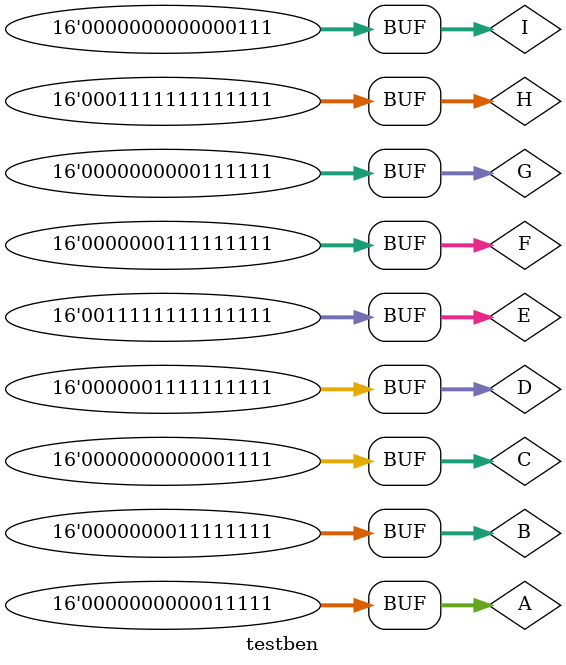
<source format=v>
`timescale 1ns / 1ps


module testben;

	// Inputs
	reg [15:0] A;
	reg [15:0] B;
	reg [15:0] C;
	reg [15:0] D;
	reg [15:0] E;
	reg [15:0] F;
	reg [15:0] G;
	reg [15:0] H;
	reg [15:0] I;

	// Outputs
	wire [15:0] y;

	// Instantiate the Unit Under Test (UUT)
	onenot uut (
		.A(A), 
		.B(B), 
		.C(C), 
		.D(D), 
		.E(E), 
		.F(F), 
		.G(G), 
		.H(H), 
		.I(I), 
		.y(y)
	);

	initial begin
		// Initialize Inputs
		A = 16'b 0000000000011111;
		B = 16'b 0000000011111111;
		C = 16'b 0000000000001111;
		D = 16'b 0000001111111111;
		E = 16'b 0011111111111111;
		F = 16'b 0000000111111111;
		G = 16'b 0000000000111111;
		H = 16'b 0001111111111111;
		I = 16'b 0000000000000111;
		// Wait 100 ns for global reset to finish
		#100;
        
		// Add stimulus here

	end
      
endmodule


</source>
